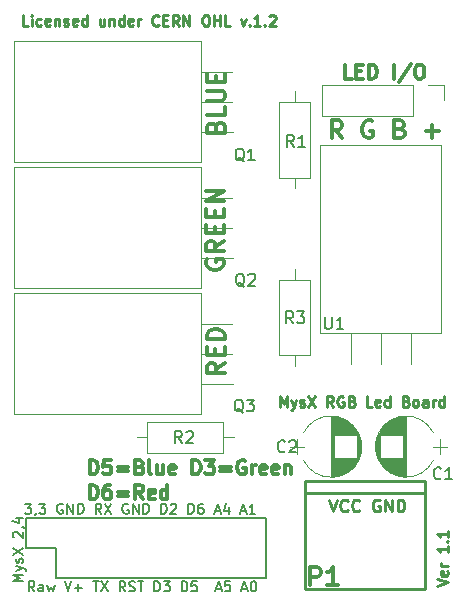
<source format=gbr>
G04 #@! TF.FileFunction,Legend,Top*
%FSLAX46Y46*%
G04 Gerber Fmt 4.6, Leading zero omitted, Abs format (unit mm)*
G04 Created by KiCad (PCBNEW 4.0.4-stable) date 04/11/18 19:14:46*
%MOMM*%
%LPD*%
G01*
G04 APERTURE LIST*
%ADD10C,0.100000*%
%ADD11C,0.225000*%
%ADD12C,0.250000*%
%ADD13C,0.300000*%
%ADD14C,0.200000*%
%ADD15C,0.175000*%
%ADD16C,0.120000*%
%ADD17C,0.150000*%
%ADD18C,0.254000*%
%ADD19C,0.304800*%
G04 APERTURE END LIST*
D10*
D11*
X160797143Y-110836572D02*
X161697143Y-110536572D01*
X160797143Y-110236572D01*
X161654286Y-109593714D02*
X161697143Y-109679428D01*
X161697143Y-109850857D01*
X161654286Y-109936571D01*
X161568571Y-109979428D01*
X161225714Y-109979428D01*
X161140000Y-109936571D01*
X161097143Y-109850857D01*
X161097143Y-109679428D01*
X161140000Y-109593714D01*
X161225714Y-109550857D01*
X161311429Y-109550857D01*
X161397143Y-109979428D01*
X161697143Y-109165142D02*
X161097143Y-109165142D01*
X161268571Y-109165142D02*
X161182857Y-109122285D01*
X161140000Y-109079428D01*
X161097143Y-108993714D01*
X161097143Y-108907999D01*
X161697143Y-107450857D02*
X161697143Y-107965142D01*
X161697143Y-107708000D02*
X160797143Y-107708000D01*
X160925714Y-107793714D01*
X161011429Y-107879428D01*
X161054286Y-107965142D01*
X161611429Y-107065142D02*
X161654286Y-107022285D01*
X161697143Y-107065142D01*
X161654286Y-107107999D01*
X161611429Y-107065142D01*
X161697143Y-107065142D01*
X161697143Y-106165143D02*
X161697143Y-106679428D01*
X161697143Y-106422286D02*
X160797143Y-106422286D01*
X160925714Y-106508000D01*
X161011429Y-106593714D01*
X161054286Y-106679428D01*
X147510572Y-95657143D02*
X147510572Y-94757143D01*
X147810572Y-95400000D01*
X148110572Y-94757143D01*
X148110572Y-95657143D01*
X148453428Y-95057143D02*
X148667714Y-95657143D01*
X148882000Y-95057143D02*
X148667714Y-95657143D01*
X148582000Y-95871429D01*
X148539143Y-95914286D01*
X148453428Y-95957143D01*
X149182000Y-95614286D02*
X149267714Y-95657143D01*
X149439142Y-95657143D01*
X149524857Y-95614286D01*
X149567714Y-95528571D01*
X149567714Y-95485714D01*
X149524857Y-95400000D01*
X149439142Y-95357143D01*
X149310571Y-95357143D01*
X149224857Y-95314286D01*
X149182000Y-95228571D01*
X149182000Y-95185714D01*
X149224857Y-95100000D01*
X149310571Y-95057143D01*
X149439142Y-95057143D01*
X149524857Y-95100000D01*
X149867713Y-94757143D02*
X150467713Y-95657143D01*
X150467713Y-94757143D02*
X149867713Y-95657143D01*
X152010570Y-95657143D02*
X151710570Y-95228571D01*
X151496285Y-95657143D02*
X151496285Y-94757143D01*
X151839142Y-94757143D01*
X151924856Y-94800000D01*
X151967713Y-94842857D01*
X152010570Y-94928571D01*
X152010570Y-95057143D01*
X151967713Y-95142857D01*
X151924856Y-95185714D01*
X151839142Y-95228571D01*
X151496285Y-95228571D01*
X152867713Y-94800000D02*
X152781999Y-94757143D01*
X152653428Y-94757143D01*
X152524856Y-94800000D01*
X152439142Y-94885714D01*
X152396285Y-94971429D01*
X152353428Y-95142857D01*
X152353428Y-95271429D01*
X152396285Y-95442857D01*
X152439142Y-95528571D01*
X152524856Y-95614286D01*
X152653428Y-95657143D01*
X152739142Y-95657143D01*
X152867713Y-95614286D01*
X152910570Y-95571429D01*
X152910570Y-95271429D01*
X152739142Y-95271429D01*
X153596285Y-95185714D02*
X153724856Y-95228571D01*
X153767713Y-95271429D01*
X153810570Y-95357143D01*
X153810570Y-95485714D01*
X153767713Y-95571429D01*
X153724856Y-95614286D01*
X153639142Y-95657143D01*
X153296285Y-95657143D01*
X153296285Y-94757143D01*
X153596285Y-94757143D01*
X153681999Y-94800000D01*
X153724856Y-94842857D01*
X153767713Y-94928571D01*
X153767713Y-95014286D01*
X153724856Y-95100000D01*
X153681999Y-95142857D01*
X153596285Y-95185714D01*
X153296285Y-95185714D01*
X155310570Y-95657143D02*
X154881999Y-95657143D01*
X154881999Y-94757143D01*
X155953427Y-95614286D02*
X155867713Y-95657143D01*
X155696284Y-95657143D01*
X155610570Y-95614286D01*
X155567713Y-95528571D01*
X155567713Y-95185714D01*
X155610570Y-95100000D01*
X155696284Y-95057143D01*
X155867713Y-95057143D01*
X155953427Y-95100000D01*
X155996284Y-95185714D01*
X155996284Y-95271429D01*
X155567713Y-95357143D01*
X156767713Y-95657143D02*
X156767713Y-94757143D01*
X156767713Y-95614286D02*
X156681999Y-95657143D01*
X156510570Y-95657143D01*
X156424856Y-95614286D01*
X156381999Y-95571429D01*
X156339142Y-95485714D01*
X156339142Y-95228571D01*
X156381999Y-95142857D01*
X156424856Y-95100000D01*
X156510570Y-95057143D01*
X156681999Y-95057143D01*
X156767713Y-95100000D01*
X158181999Y-95185714D02*
X158310570Y-95228571D01*
X158353427Y-95271429D01*
X158396284Y-95357143D01*
X158396284Y-95485714D01*
X158353427Y-95571429D01*
X158310570Y-95614286D01*
X158224856Y-95657143D01*
X157881999Y-95657143D01*
X157881999Y-94757143D01*
X158181999Y-94757143D01*
X158267713Y-94800000D01*
X158310570Y-94842857D01*
X158353427Y-94928571D01*
X158353427Y-95014286D01*
X158310570Y-95100000D01*
X158267713Y-95142857D01*
X158181999Y-95185714D01*
X157881999Y-95185714D01*
X158910570Y-95657143D02*
X158824856Y-95614286D01*
X158781999Y-95571429D01*
X158739142Y-95485714D01*
X158739142Y-95228571D01*
X158781999Y-95142857D01*
X158824856Y-95100000D01*
X158910570Y-95057143D01*
X159039142Y-95057143D01*
X159124856Y-95100000D01*
X159167713Y-95142857D01*
X159210570Y-95228571D01*
X159210570Y-95485714D01*
X159167713Y-95571429D01*
X159124856Y-95614286D01*
X159039142Y-95657143D01*
X158910570Y-95657143D01*
X159981999Y-95657143D02*
X159981999Y-95185714D01*
X159939142Y-95100000D01*
X159853428Y-95057143D01*
X159681999Y-95057143D01*
X159596285Y-95100000D01*
X159981999Y-95614286D02*
X159896285Y-95657143D01*
X159681999Y-95657143D01*
X159596285Y-95614286D01*
X159553428Y-95528571D01*
X159553428Y-95442857D01*
X159596285Y-95357143D01*
X159681999Y-95314286D01*
X159896285Y-95314286D01*
X159981999Y-95271429D01*
X160410571Y-95657143D02*
X160410571Y-95057143D01*
X160410571Y-95228571D02*
X160453428Y-95142857D01*
X160496285Y-95100000D01*
X160581999Y-95057143D01*
X160667714Y-95057143D01*
X161353428Y-95657143D02*
X161353428Y-94757143D01*
X161353428Y-95614286D02*
X161267714Y-95657143D01*
X161096285Y-95657143D01*
X161010571Y-95614286D01*
X160967714Y-95571429D01*
X160924857Y-95485714D01*
X160924857Y-95228571D01*
X160967714Y-95142857D01*
X161010571Y-95100000D01*
X161096285Y-95057143D01*
X161267714Y-95057143D01*
X161353428Y-95100000D01*
X126155143Y-63399143D02*
X125726572Y-63399143D01*
X125726572Y-62499143D01*
X126455143Y-63399143D02*
X126455143Y-62799143D01*
X126455143Y-62499143D02*
X126412286Y-62542000D01*
X126455143Y-62584857D01*
X126498000Y-62542000D01*
X126455143Y-62499143D01*
X126455143Y-62584857D01*
X127269428Y-63356286D02*
X127183714Y-63399143D01*
X127012285Y-63399143D01*
X126926571Y-63356286D01*
X126883714Y-63313429D01*
X126840857Y-63227714D01*
X126840857Y-62970571D01*
X126883714Y-62884857D01*
X126926571Y-62842000D01*
X127012285Y-62799143D01*
X127183714Y-62799143D01*
X127269428Y-62842000D01*
X127998000Y-63356286D02*
X127912286Y-63399143D01*
X127740857Y-63399143D01*
X127655143Y-63356286D01*
X127612286Y-63270571D01*
X127612286Y-62927714D01*
X127655143Y-62842000D01*
X127740857Y-62799143D01*
X127912286Y-62799143D01*
X127998000Y-62842000D01*
X128040857Y-62927714D01*
X128040857Y-63013429D01*
X127612286Y-63099143D01*
X128426572Y-62799143D02*
X128426572Y-63399143D01*
X128426572Y-62884857D02*
X128469429Y-62842000D01*
X128555143Y-62799143D01*
X128683715Y-62799143D01*
X128769429Y-62842000D01*
X128812286Y-62927714D01*
X128812286Y-63399143D01*
X129198001Y-63356286D02*
X129283715Y-63399143D01*
X129455143Y-63399143D01*
X129540858Y-63356286D01*
X129583715Y-63270571D01*
X129583715Y-63227714D01*
X129540858Y-63142000D01*
X129455143Y-63099143D01*
X129326572Y-63099143D01*
X129240858Y-63056286D01*
X129198001Y-62970571D01*
X129198001Y-62927714D01*
X129240858Y-62842000D01*
X129326572Y-62799143D01*
X129455143Y-62799143D01*
X129540858Y-62842000D01*
X130312286Y-63356286D02*
X130226572Y-63399143D01*
X130055143Y-63399143D01*
X129969429Y-63356286D01*
X129926572Y-63270571D01*
X129926572Y-62927714D01*
X129969429Y-62842000D01*
X130055143Y-62799143D01*
X130226572Y-62799143D01*
X130312286Y-62842000D01*
X130355143Y-62927714D01*
X130355143Y-63013429D01*
X129926572Y-63099143D01*
X131126572Y-63399143D02*
X131126572Y-62499143D01*
X131126572Y-63356286D02*
X131040858Y-63399143D01*
X130869429Y-63399143D01*
X130783715Y-63356286D01*
X130740858Y-63313429D01*
X130698001Y-63227714D01*
X130698001Y-62970571D01*
X130740858Y-62884857D01*
X130783715Y-62842000D01*
X130869429Y-62799143D01*
X131040858Y-62799143D01*
X131126572Y-62842000D01*
X132626572Y-62799143D02*
X132626572Y-63399143D01*
X132240858Y-62799143D02*
X132240858Y-63270571D01*
X132283715Y-63356286D01*
X132369429Y-63399143D01*
X132498001Y-63399143D01*
X132583715Y-63356286D01*
X132626572Y-63313429D01*
X133055144Y-62799143D02*
X133055144Y-63399143D01*
X133055144Y-62884857D02*
X133098001Y-62842000D01*
X133183715Y-62799143D01*
X133312287Y-62799143D01*
X133398001Y-62842000D01*
X133440858Y-62927714D01*
X133440858Y-63399143D01*
X134255144Y-63399143D02*
X134255144Y-62499143D01*
X134255144Y-63356286D02*
X134169430Y-63399143D01*
X133998001Y-63399143D01*
X133912287Y-63356286D01*
X133869430Y-63313429D01*
X133826573Y-63227714D01*
X133826573Y-62970571D01*
X133869430Y-62884857D01*
X133912287Y-62842000D01*
X133998001Y-62799143D01*
X134169430Y-62799143D01*
X134255144Y-62842000D01*
X135026573Y-63356286D02*
X134940859Y-63399143D01*
X134769430Y-63399143D01*
X134683716Y-63356286D01*
X134640859Y-63270571D01*
X134640859Y-62927714D01*
X134683716Y-62842000D01*
X134769430Y-62799143D01*
X134940859Y-62799143D01*
X135026573Y-62842000D01*
X135069430Y-62927714D01*
X135069430Y-63013429D01*
X134640859Y-63099143D01*
X135455145Y-63399143D02*
X135455145Y-62799143D01*
X135455145Y-62970571D02*
X135498002Y-62884857D01*
X135540859Y-62842000D01*
X135626573Y-62799143D01*
X135712288Y-62799143D01*
X137212287Y-63313429D02*
X137169430Y-63356286D01*
X137040859Y-63399143D01*
X136955145Y-63399143D01*
X136826573Y-63356286D01*
X136740859Y-63270571D01*
X136698002Y-63184857D01*
X136655145Y-63013429D01*
X136655145Y-62884857D01*
X136698002Y-62713429D01*
X136740859Y-62627714D01*
X136826573Y-62542000D01*
X136955145Y-62499143D01*
X137040859Y-62499143D01*
X137169430Y-62542000D01*
X137212287Y-62584857D01*
X137598002Y-62927714D02*
X137898002Y-62927714D01*
X138026573Y-63399143D02*
X137598002Y-63399143D01*
X137598002Y-62499143D01*
X138026573Y-62499143D01*
X138926573Y-63399143D02*
X138626573Y-62970571D01*
X138412288Y-63399143D02*
X138412288Y-62499143D01*
X138755145Y-62499143D01*
X138840859Y-62542000D01*
X138883716Y-62584857D01*
X138926573Y-62670571D01*
X138926573Y-62799143D01*
X138883716Y-62884857D01*
X138840859Y-62927714D01*
X138755145Y-62970571D01*
X138412288Y-62970571D01*
X139312288Y-63399143D02*
X139312288Y-62499143D01*
X139826573Y-63399143D01*
X139826573Y-62499143D01*
X141112287Y-62499143D02*
X141283716Y-62499143D01*
X141369430Y-62542000D01*
X141455144Y-62627714D01*
X141498002Y-62799143D01*
X141498002Y-63099143D01*
X141455144Y-63270571D01*
X141369430Y-63356286D01*
X141283716Y-63399143D01*
X141112287Y-63399143D01*
X141026573Y-63356286D01*
X140940859Y-63270571D01*
X140898002Y-63099143D01*
X140898002Y-62799143D01*
X140940859Y-62627714D01*
X141026573Y-62542000D01*
X141112287Y-62499143D01*
X141883716Y-63399143D02*
X141883716Y-62499143D01*
X141883716Y-62927714D02*
X142398001Y-62927714D01*
X142398001Y-63399143D02*
X142398001Y-62499143D01*
X143255144Y-63399143D02*
X142826573Y-63399143D01*
X142826573Y-62499143D01*
X144155143Y-62799143D02*
X144369429Y-63399143D01*
X144583715Y-62799143D01*
X144926572Y-63313429D02*
X144969429Y-63356286D01*
X144926572Y-63399143D01*
X144883715Y-63356286D01*
X144926572Y-63313429D01*
X144926572Y-63399143D01*
X145826571Y-63399143D02*
X145312286Y-63399143D01*
X145569428Y-63399143D02*
X145569428Y-62499143D01*
X145483714Y-62627714D01*
X145398000Y-62713429D01*
X145312286Y-62756286D01*
X146212286Y-63313429D02*
X146255143Y-63356286D01*
X146212286Y-63399143D01*
X146169429Y-63356286D01*
X146212286Y-63313429D01*
X146212286Y-63399143D01*
X146598000Y-62584857D02*
X146640857Y-62542000D01*
X146726571Y-62499143D01*
X146940857Y-62499143D01*
X147026571Y-62542000D01*
X147069428Y-62584857D01*
X147112285Y-62670571D01*
X147112285Y-62756286D01*
X147069428Y-62884857D01*
X146555142Y-63399143D01*
X147112285Y-63399143D01*
D12*
X151641905Y-103512381D02*
X151975238Y-104512381D01*
X152308572Y-103512381D01*
X153213334Y-104417143D02*
X153165715Y-104464762D01*
X153022858Y-104512381D01*
X152927620Y-104512381D01*
X152784762Y-104464762D01*
X152689524Y-104369524D01*
X152641905Y-104274286D01*
X152594286Y-104083810D01*
X152594286Y-103940952D01*
X152641905Y-103750476D01*
X152689524Y-103655238D01*
X152784762Y-103560000D01*
X152927620Y-103512381D01*
X153022858Y-103512381D01*
X153165715Y-103560000D01*
X153213334Y-103607619D01*
X154213334Y-104417143D02*
X154165715Y-104464762D01*
X154022858Y-104512381D01*
X153927620Y-104512381D01*
X153784762Y-104464762D01*
X153689524Y-104369524D01*
X153641905Y-104274286D01*
X153594286Y-104083810D01*
X153594286Y-103940952D01*
X153641905Y-103750476D01*
X153689524Y-103655238D01*
X153784762Y-103560000D01*
X153927620Y-103512381D01*
X154022858Y-103512381D01*
X154165715Y-103560000D01*
X154213334Y-103607619D01*
X155927620Y-103560000D02*
X155832382Y-103512381D01*
X155689525Y-103512381D01*
X155546667Y-103560000D01*
X155451429Y-103655238D01*
X155403810Y-103750476D01*
X155356191Y-103940952D01*
X155356191Y-104083810D01*
X155403810Y-104274286D01*
X155451429Y-104369524D01*
X155546667Y-104464762D01*
X155689525Y-104512381D01*
X155784763Y-104512381D01*
X155927620Y-104464762D01*
X155975239Y-104417143D01*
X155975239Y-104083810D01*
X155784763Y-104083810D01*
X156403810Y-104512381D02*
X156403810Y-103512381D01*
X156975239Y-104512381D01*
X156975239Y-103512381D01*
X157451429Y-104512381D02*
X157451429Y-103512381D01*
X157689524Y-103512381D01*
X157832382Y-103560000D01*
X157927620Y-103655238D01*
X157975239Y-103750476D01*
X158022858Y-103940952D01*
X158022858Y-104083810D01*
X157975239Y-104274286D01*
X157927620Y-104369524D01*
X157832382Y-104464762D01*
X157689524Y-104512381D01*
X157451429Y-104512381D01*
D13*
X153548571Y-67892857D02*
X152977142Y-67892857D01*
X152977142Y-66692857D01*
X153948571Y-67264286D02*
X154348571Y-67264286D01*
X154520000Y-67892857D02*
X153948571Y-67892857D01*
X153948571Y-66692857D01*
X154520000Y-66692857D01*
X155034285Y-67892857D02*
X155034285Y-66692857D01*
X155320000Y-66692857D01*
X155491428Y-66750000D01*
X155605714Y-66864286D01*
X155662857Y-66978571D01*
X155720000Y-67207143D01*
X155720000Y-67378571D01*
X155662857Y-67607143D01*
X155605714Y-67721429D01*
X155491428Y-67835714D01*
X155320000Y-67892857D01*
X155034285Y-67892857D01*
X157148571Y-67892857D02*
X157148571Y-66692857D01*
X158577143Y-66635714D02*
X157548572Y-68178571D01*
X159205715Y-66692857D02*
X159434286Y-66692857D01*
X159548572Y-66750000D01*
X159662858Y-66864286D01*
X159720000Y-67092857D01*
X159720000Y-67492857D01*
X159662858Y-67721429D01*
X159548572Y-67835714D01*
X159434286Y-67892857D01*
X159205715Y-67892857D01*
X159091429Y-67835714D01*
X158977143Y-67721429D01*
X158920000Y-67492857D01*
X158920000Y-67092857D01*
X158977143Y-66864286D01*
X159091429Y-66750000D01*
X159205715Y-66692857D01*
X131395714Y-101382857D02*
X131395714Y-100182857D01*
X131681429Y-100182857D01*
X131852857Y-100240000D01*
X131967143Y-100354286D01*
X132024286Y-100468571D01*
X132081429Y-100697143D01*
X132081429Y-100868571D01*
X132024286Y-101097143D01*
X131967143Y-101211429D01*
X131852857Y-101325714D01*
X131681429Y-101382857D01*
X131395714Y-101382857D01*
X133167143Y-100182857D02*
X132595714Y-100182857D01*
X132538571Y-100754286D01*
X132595714Y-100697143D01*
X132710000Y-100640000D01*
X132995714Y-100640000D01*
X133110000Y-100697143D01*
X133167143Y-100754286D01*
X133224286Y-100868571D01*
X133224286Y-101154286D01*
X133167143Y-101268571D01*
X133110000Y-101325714D01*
X132995714Y-101382857D01*
X132710000Y-101382857D01*
X132595714Y-101325714D01*
X132538571Y-101268571D01*
X133738571Y-100754286D02*
X134652857Y-100754286D01*
X134652857Y-101097143D02*
X133738571Y-101097143D01*
X135624285Y-100754286D02*
X135795714Y-100811429D01*
X135852857Y-100868571D01*
X135910000Y-100982857D01*
X135910000Y-101154286D01*
X135852857Y-101268571D01*
X135795714Y-101325714D01*
X135681428Y-101382857D01*
X135224285Y-101382857D01*
X135224285Y-100182857D01*
X135624285Y-100182857D01*
X135738571Y-100240000D01*
X135795714Y-100297143D01*
X135852857Y-100411429D01*
X135852857Y-100525714D01*
X135795714Y-100640000D01*
X135738571Y-100697143D01*
X135624285Y-100754286D01*
X135224285Y-100754286D01*
X136595714Y-101382857D02*
X136481428Y-101325714D01*
X136424285Y-101211429D01*
X136424285Y-100182857D01*
X137567142Y-100582857D02*
X137567142Y-101382857D01*
X137052856Y-100582857D02*
X137052856Y-101211429D01*
X137109999Y-101325714D01*
X137224285Y-101382857D01*
X137395713Y-101382857D01*
X137509999Y-101325714D01*
X137567142Y-101268571D01*
X138595713Y-101325714D02*
X138481427Y-101382857D01*
X138252856Y-101382857D01*
X138138570Y-101325714D01*
X138081427Y-101211429D01*
X138081427Y-100754286D01*
X138138570Y-100640000D01*
X138252856Y-100582857D01*
X138481427Y-100582857D01*
X138595713Y-100640000D01*
X138652856Y-100754286D01*
X138652856Y-100868571D01*
X138081427Y-100982857D01*
X140081427Y-101382857D02*
X140081427Y-100182857D01*
X140367142Y-100182857D01*
X140538570Y-100240000D01*
X140652856Y-100354286D01*
X140709999Y-100468571D01*
X140767142Y-100697143D01*
X140767142Y-100868571D01*
X140709999Y-101097143D01*
X140652856Y-101211429D01*
X140538570Y-101325714D01*
X140367142Y-101382857D01*
X140081427Y-101382857D01*
X141167142Y-100182857D02*
X141909999Y-100182857D01*
X141509999Y-100640000D01*
X141681427Y-100640000D01*
X141795713Y-100697143D01*
X141852856Y-100754286D01*
X141909999Y-100868571D01*
X141909999Y-101154286D01*
X141852856Y-101268571D01*
X141795713Y-101325714D01*
X141681427Y-101382857D01*
X141338570Y-101382857D01*
X141224284Y-101325714D01*
X141167142Y-101268571D01*
X142424284Y-100754286D02*
X143338570Y-100754286D01*
X143338570Y-101097143D02*
X142424284Y-101097143D01*
X144538570Y-100240000D02*
X144424284Y-100182857D01*
X144252855Y-100182857D01*
X144081427Y-100240000D01*
X143967141Y-100354286D01*
X143909998Y-100468571D01*
X143852855Y-100697143D01*
X143852855Y-100868571D01*
X143909998Y-101097143D01*
X143967141Y-101211429D01*
X144081427Y-101325714D01*
X144252855Y-101382857D01*
X144367141Y-101382857D01*
X144538570Y-101325714D01*
X144595713Y-101268571D01*
X144595713Y-100868571D01*
X144367141Y-100868571D01*
X145109998Y-101382857D02*
X145109998Y-100582857D01*
X145109998Y-100811429D02*
X145167141Y-100697143D01*
X145224284Y-100640000D01*
X145338570Y-100582857D01*
X145452855Y-100582857D01*
X146309998Y-101325714D02*
X146195712Y-101382857D01*
X145967141Y-101382857D01*
X145852855Y-101325714D01*
X145795712Y-101211429D01*
X145795712Y-100754286D01*
X145852855Y-100640000D01*
X145967141Y-100582857D01*
X146195712Y-100582857D01*
X146309998Y-100640000D01*
X146367141Y-100754286D01*
X146367141Y-100868571D01*
X145795712Y-100982857D01*
X147338569Y-101325714D02*
X147224283Y-101382857D01*
X146995712Y-101382857D01*
X146881426Y-101325714D01*
X146824283Y-101211429D01*
X146824283Y-100754286D01*
X146881426Y-100640000D01*
X146995712Y-100582857D01*
X147224283Y-100582857D01*
X147338569Y-100640000D01*
X147395712Y-100754286D01*
X147395712Y-100868571D01*
X146824283Y-100982857D01*
X147909997Y-100582857D02*
X147909997Y-101382857D01*
X147909997Y-100697143D02*
X147967140Y-100640000D01*
X148081426Y-100582857D01*
X148252854Y-100582857D01*
X148367140Y-100640000D01*
X148424283Y-100754286D01*
X148424283Y-101382857D01*
X131395714Y-103482857D02*
X131395714Y-102282857D01*
X131681429Y-102282857D01*
X131852857Y-102340000D01*
X131967143Y-102454286D01*
X132024286Y-102568571D01*
X132081429Y-102797143D01*
X132081429Y-102968571D01*
X132024286Y-103197143D01*
X131967143Y-103311429D01*
X131852857Y-103425714D01*
X131681429Y-103482857D01*
X131395714Y-103482857D01*
X133110000Y-102282857D02*
X132881429Y-102282857D01*
X132767143Y-102340000D01*
X132710000Y-102397143D01*
X132595714Y-102568571D01*
X132538571Y-102797143D01*
X132538571Y-103254286D01*
X132595714Y-103368571D01*
X132652857Y-103425714D01*
X132767143Y-103482857D01*
X132995714Y-103482857D01*
X133110000Y-103425714D01*
X133167143Y-103368571D01*
X133224286Y-103254286D01*
X133224286Y-102968571D01*
X133167143Y-102854286D01*
X133110000Y-102797143D01*
X132995714Y-102740000D01*
X132767143Y-102740000D01*
X132652857Y-102797143D01*
X132595714Y-102854286D01*
X132538571Y-102968571D01*
X133738571Y-102854286D02*
X134652857Y-102854286D01*
X134652857Y-103197143D02*
X133738571Y-103197143D01*
X135910000Y-103482857D02*
X135510000Y-102911429D01*
X135224285Y-103482857D02*
X135224285Y-102282857D01*
X135681428Y-102282857D01*
X135795714Y-102340000D01*
X135852857Y-102397143D01*
X135910000Y-102511429D01*
X135910000Y-102682857D01*
X135852857Y-102797143D01*
X135795714Y-102854286D01*
X135681428Y-102911429D01*
X135224285Y-102911429D01*
X136881428Y-103425714D02*
X136767142Y-103482857D01*
X136538571Y-103482857D01*
X136424285Y-103425714D01*
X136367142Y-103311429D01*
X136367142Y-102854286D01*
X136424285Y-102740000D01*
X136538571Y-102682857D01*
X136767142Y-102682857D01*
X136881428Y-102740000D01*
X136938571Y-102854286D01*
X136938571Y-102968571D01*
X136367142Y-103082857D01*
X137967142Y-103482857D02*
X137967142Y-102282857D01*
X137967142Y-103425714D02*
X137852856Y-103482857D01*
X137624285Y-103482857D01*
X137509999Y-103425714D01*
X137452856Y-103368571D01*
X137395713Y-103254286D01*
X137395713Y-102911429D01*
X137452856Y-102797143D01*
X137509999Y-102740000D01*
X137624285Y-102682857D01*
X137852856Y-102682857D01*
X137967142Y-102740000D01*
X152751429Y-72918571D02*
X152251429Y-72204286D01*
X151894286Y-72918571D02*
X151894286Y-71418571D01*
X152465714Y-71418571D01*
X152608572Y-71490000D01*
X152680000Y-71561429D01*
X152751429Y-71704286D01*
X152751429Y-71918571D01*
X152680000Y-72061429D01*
X152608572Y-72132857D01*
X152465714Y-72204286D01*
X151894286Y-72204286D01*
X155322857Y-71490000D02*
X155180000Y-71418571D01*
X154965714Y-71418571D01*
X154751429Y-71490000D01*
X154608571Y-71632857D01*
X154537143Y-71775714D01*
X154465714Y-72061429D01*
X154465714Y-72275714D01*
X154537143Y-72561429D01*
X154608571Y-72704286D01*
X154751429Y-72847143D01*
X154965714Y-72918571D01*
X155108571Y-72918571D01*
X155322857Y-72847143D01*
X155394286Y-72775714D01*
X155394286Y-72275714D01*
X155108571Y-72275714D01*
X157680000Y-72132857D02*
X157894286Y-72204286D01*
X157965714Y-72275714D01*
X158037143Y-72418571D01*
X158037143Y-72632857D01*
X157965714Y-72775714D01*
X157894286Y-72847143D01*
X157751428Y-72918571D01*
X157180000Y-72918571D01*
X157180000Y-71418571D01*
X157680000Y-71418571D01*
X157822857Y-71490000D01*
X157894286Y-71561429D01*
X157965714Y-71704286D01*
X157965714Y-71847143D01*
X157894286Y-71990000D01*
X157822857Y-72061429D01*
X157680000Y-72132857D01*
X157180000Y-72132857D01*
X159822857Y-72347143D02*
X160965714Y-72347143D01*
X160394285Y-72918571D02*
X160394285Y-71775714D01*
X142062857Y-71964286D02*
X142134286Y-71750000D01*
X142205714Y-71678572D01*
X142348571Y-71607143D01*
X142562857Y-71607143D01*
X142705714Y-71678572D01*
X142777143Y-71750000D01*
X142848571Y-71892858D01*
X142848571Y-72464286D01*
X141348571Y-72464286D01*
X141348571Y-71964286D01*
X141420000Y-71821429D01*
X141491429Y-71750000D01*
X141634286Y-71678572D01*
X141777143Y-71678572D01*
X141920000Y-71750000D01*
X141991429Y-71821429D01*
X142062857Y-71964286D01*
X142062857Y-72464286D01*
X142848571Y-70250000D02*
X142848571Y-70964286D01*
X141348571Y-70964286D01*
X141348571Y-69750000D02*
X142562857Y-69750000D01*
X142705714Y-69678572D01*
X142777143Y-69607143D01*
X142848571Y-69464286D01*
X142848571Y-69178572D01*
X142777143Y-69035714D01*
X142705714Y-68964286D01*
X142562857Y-68892857D01*
X141348571Y-68892857D01*
X142062857Y-68178571D02*
X142062857Y-67678571D01*
X142848571Y-67464285D02*
X142848571Y-68178571D01*
X141348571Y-68178571D01*
X141348571Y-67464285D01*
X141310000Y-83180000D02*
X141238571Y-83322857D01*
X141238571Y-83537143D01*
X141310000Y-83751428D01*
X141452857Y-83894286D01*
X141595714Y-83965714D01*
X141881429Y-84037143D01*
X142095714Y-84037143D01*
X142381429Y-83965714D01*
X142524286Y-83894286D01*
X142667143Y-83751428D01*
X142738571Y-83537143D01*
X142738571Y-83394286D01*
X142667143Y-83180000D01*
X142595714Y-83108571D01*
X142095714Y-83108571D01*
X142095714Y-83394286D01*
X142738571Y-81608571D02*
X142024286Y-82108571D01*
X142738571Y-82465714D02*
X141238571Y-82465714D01*
X141238571Y-81894286D01*
X141310000Y-81751428D01*
X141381429Y-81680000D01*
X141524286Y-81608571D01*
X141738571Y-81608571D01*
X141881429Y-81680000D01*
X141952857Y-81751428D01*
X142024286Y-81894286D01*
X142024286Y-82465714D01*
X141952857Y-80965714D02*
X141952857Y-80465714D01*
X142738571Y-80251428D02*
X142738571Y-80965714D01*
X141238571Y-80965714D01*
X141238571Y-80251428D01*
X141952857Y-79608571D02*
X141952857Y-79108571D01*
X142738571Y-78894285D02*
X142738571Y-79608571D01*
X141238571Y-79608571D01*
X141238571Y-78894285D01*
X142738571Y-78251428D02*
X141238571Y-78251428D01*
X142738571Y-77394285D01*
X141238571Y-77394285D01*
X142808571Y-91944285D02*
X142094286Y-92444285D01*
X142808571Y-92801428D02*
X141308571Y-92801428D01*
X141308571Y-92230000D01*
X141380000Y-92087142D01*
X141451429Y-92015714D01*
X141594286Y-91944285D01*
X141808571Y-91944285D01*
X141951429Y-92015714D01*
X142022857Y-92087142D01*
X142094286Y-92230000D01*
X142094286Y-92801428D01*
X142022857Y-91301428D02*
X142022857Y-90801428D01*
X142808571Y-90587142D02*
X142808571Y-91301428D01*
X141308571Y-91301428D01*
X141308571Y-90587142D01*
X142808571Y-89944285D02*
X141308571Y-89944285D01*
X141308571Y-89587142D01*
X141380000Y-89372857D01*
X141522857Y-89229999D01*
X141665714Y-89158571D01*
X141951429Y-89087142D01*
X142165714Y-89087142D01*
X142451429Y-89158571D01*
X142594286Y-89229999D01*
X142737143Y-89372857D01*
X142808571Y-89587142D01*
X142808571Y-89944285D01*
D14*
X125713204Y-110438467D02*
X124863204Y-110438467D01*
X125470347Y-110155134D01*
X124863204Y-109871800D01*
X125713204Y-109871800D01*
X125146537Y-109547990D02*
X125713204Y-109345609D01*
X125146537Y-109143229D02*
X125713204Y-109345609D01*
X125915585Y-109426562D01*
X125956061Y-109467038D01*
X125996537Y-109547990D01*
X125672728Y-108859895D02*
X125713204Y-108778943D01*
X125713204Y-108617038D01*
X125672728Y-108536086D01*
X125591775Y-108495610D01*
X125551299Y-108495610D01*
X125470347Y-108536086D01*
X125429870Y-108617038D01*
X125429870Y-108738467D01*
X125389394Y-108819419D01*
X125308442Y-108859895D01*
X125267966Y-108859895D01*
X125187013Y-108819419D01*
X125146537Y-108738467D01*
X125146537Y-108617038D01*
X125187013Y-108536086D01*
X124863204Y-108212276D02*
X125713204Y-107645610D01*
X124863204Y-107645610D02*
X125713204Y-108212276D01*
X124944156Y-106714657D02*
X124903680Y-106674181D01*
X124863204Y-106593229D01*
X124863204Y-106390848D01*
X124903680Y-106309895D01*
X124944156Y-106269419D01*
X125025109Y-106228943D01*
X125106061Y-106228943D01*
X125227490Y-106269419D01*
X125713204Y-106755133D01*
X125713204Y-106228943D01*
X125672728Y-105824181D02*
X125713204Y-105824181D01*
X125794156Y-105864657D01*
X125834632Y-105905133D01*
X125146537Y-105095609D02*
X125713204Y-105095609D01*
X124822728Y-105297990D02*
X125429870Y-105500371D01*
X125429870Y-104974181D01*
X125896561Y-103877724D02*
X126422751Y-103877724D01*
X126139418Y-104201533D01*
X126260846Y-104201533D01*
X126341799Y-104242010D01*
X126382275Y-104282486D01*
X126422751Y-104363438D01*
X126422751Y-104565819D01*
X126382275Y-104646771D01*
X126341799Y-104687248D01*
X126260846Y-104727724D01*
X126017989Y-104727724D01*
X125937037Y-104687248D01*
X125896561Y-104646771D01*
X126827513Y-104687248D02*
X126827513Y-104727724D01*
X126787037Y-104808676D01*
X126746561Y-104849152D01*
X127110847Y-103877724D02*
X127637037Y-103877724D01*
X127353704Y-104201533D01*
X127475132Y-104201533D01*
X127556085Y-104242010D01*
X127596561Y-104282486D01*
X127637037Y-104363438D01*
X127637037Y-104565819D01*
X127596561Y-104646771D01*
X127556085Y-104687248D01*
X127475132Y-104727724D01*
X127232275Y-104727724D01*
X127151323Y-104687248D01*
X127110847Y-104646771D01*
X129094180Y-103918200D02*
X129013228Y-103877724D01*
X128891799Y-103877724D01*
X128770371Y-103918200D01*
X128689418Y-103999152D01*
X128648942Y-104080105D01*
X128608466Y-104242010D01*
X128608466Y-104363438D01*
X128648942Y-104525343D01*
X128689418Y-104606295D01*
X128770371Y-104687248D01*
X128891799Y-104727724D01*
X128972751Y-104727724D01*
X129094180Y-104687248D01*
X129134656Y-104646771D01*
X129134656Y-104363438D01*
X128972751Y-104363438D01*
X129498942Y-104727724D02*
X129498942Y-103877724D01*
X129984656Y-104727724D01*
X129984656Y-103877724D01*
X130389418Y-104727724D02*
X130389418Y-103877724D01*
X130591799Y-103877724D01*
X130713227Y-103918200D01*
X130794180Y-103999152D01*
X130834656Y-104080105D01*
X130875132Y-104242010D01*
X130875132Y-104363438D01*
X130834656Y-104525343D01*
X130794180Y-104606295D01*
X130713227Y-104687248D01*
X130591799Y-104727724D01*
X130389418Y-104727724D01*
X132372751Y-104727724D02*
X132089418Y-104322962D01*
X131887037Y-104727724D02*
X131887037Y-103877724D01*
X132210846Y-103877724D01*
X132291799Y-103918200D01*
X132332275Y-103958676D01*
X132372751Y-104039629D01*
X132372751Y-104161057D01*
X132332275Y-104242010D01*
X132291799Y-104282486D01*
X132210846Y-104322962D01*
X131887037Y-104322962D01*
X132656085Y-103877724D02*
X133222751Y-104727724D01*
X133222751Y-103877724D02*
X132656085Y-104727724D01*
X134639418Y-103918200D02*
X134558466Y-103877724D01*
X134437037Y-103877724D01*
X134315609Y-103918200D01*
X134234656Y-103999152D01*
X134194180Y-104080105D01*
X134153704Y-104242010D01*
X134153704Y-104363438D01*
X134194180Y-104525343D01*
X134234656Y-104606295D01*
X134315609Y-104687248D01*
X134437037Y-104727724D01*
X134517989Y-104727724D01*
X134639418Y-104687248D01*
X134679894Y-104646771D01*
X134679894Y-104363438D01*
X134517989Y-104363438D01*
X135044180Y-104727724D02*
X135044180Y-103877724D01*
X135529894Y-104727724D01*
X135529894Y-103877724D01*
X135934656Y-104727724D02*
X135934656Y-103877724D01*
X136137037Y-103877724D01*
X136258465Y-103918200D01*
X136339418Y-103999152D01*
X136379894Y-104080105D01*
X136420370Y-104242010D01*
X136420370Y-104363438D01*
X136379894Y-104525343D01*
X136339418Y-104606295D01*
X136258465Y-104687248D01*
X136137037Y-104727724D01*
X135934656Y-104727724D01*
X137432275Y-104727724D02*
X137432275Y-103877724D01*
X137634656Y-103877724D01*
X137756084Y-103918200D01*
X137837037Y-103999152D01*
X137877513Y-104080105D01*
X137917989Y-104242010D01*
X137917989Y-104363438D01*
X137877513Y-104525343D01*
X137837037Y-104606295D01*
X137756084Y-104687248D01*
X137634656Y-104727724D01*
X137432275Y-104727724D01*
X138241799Y-103958676D02*
X138282275Y-103918200D01*
X138363227Y-103877724D01*
X138565608Y-103877724D01*
X138646561Y-103918200D01*
X138687037Y-103958676D01*
X138727513Y-104039629D01*
X138727513Y-104120581D01*
X138687037Y-104242010D01*
X138201323Y-104727724D01*
X138727513Y-104727724D01*
X139739418Y-104727724D02*
X139739418Y-103877724D01*
X139941799Y-103877724D01*
X140063227Y-103918200D01*
X140144180Y-103999152D01*
X140184656Y-104080105D01*
X140225132Y-104242010D01*
X140225132Y-104363438D01*
X140184656Y-104525343D01*
X140144180Y-104606295D01*
X140063227Y-104687248D01*
X139941799Y-104727724D01*
X139739418Y-104727724D01*
X140953704Y-103877724D02*
X140791799Y-103877724D01*
X140710847Y-103918200D01*
X140670370Y-103958676D01*
X140589418Y-104080105D01*
X140548942Y-104242010D01*
X140548942Y-104565819D01*
X140589418Y-104646771D01*
X140629894Y-104687248D01*
X140710847Y-104727724D01*
X140872751Y-104727724D01*
X140953704Y-104687248D01*
X140994180Y-104646771D01*
X141034656Y-104565819D01*
X141034656Y-104363438D01*
X140994180Y-104282486D01*
X140953704Y-104242010D01*
X140872751Y-104201533D01*
X140710847Y-104201533D01*
X140629894Y-104242010D01*
X140589418Y-104282486D01*
X140548942Y-104363438D01*
X142006085Y-104484867D02*
X142410847Y-104484867D01*
X141925132Y-104727724D02*
X142208466Y-103877724D01*
X142491799Y-104727724D01*
X143139418Y-104161057D02*
X143139418Y-104727724D01*
X142937037Y-103837248D02*
X142734656Y-104444390D01*
X143260846Y-104444390D01*
X144191799Y-104484867D02*
X144596561Y-104484867D01*
X144110846Y-104727724D02*
X144394180Y-103877724D01*
X144677513Y-104727724D01*
X145406084Y-104727724D02*
X144920370Y-104727724D01*
X145163227Y-104727724D02*
X145163227Y-103877724D01*
X145082275Y-103999152D01*
X145001322Y-104080105D01*
X144920370Y-104120581D01*
D15*
X126706739Y-111298704D02*
X126423406Y-110893942D01*
X126221025Y-111298704D02*
X126221025Y-110448704D01*
X126544834Y-110448704D01*
X126625787Y-110489180D01*
X126666263Y-110529656D01*
X126706739Y-110610609D01*
X126706739Y-110732037D01*
X126666263Y-110812990D01*
X126625787Y-110853466D01*
X126544834Y-110893942D01*
X126221025Y-110893942D01*
X127435311Y-111298704D02*
X127435311Y-110853466D01*
X127394834Y-110772513D01*
X127313882Y-110732037D01*
X127151977Y-110732037D01*
X127071025Y-110772513D01*
X127435311Y-111258228D02*
X127354358Y-111298704D01*
X127151977Y-111298704D01*
X127071025Y-111258228D01*
X127030549Y-111177275D01*
X127030549Y-111096323D01*
X127071025Y-111015370D01*
X127151977Y-110974894D01*
X127354358Y-110974894D01*
X127435311Y-110934418D01*
X127759121Y-110732037D02*
X127921025Y-111298704D01*
X128082930Y-110893942D01*
X128244835Y-111298704D01*
X128406740Y-110732037D01*
X129256739Y-110448704D02*
X129540073Y-111298704D01*
X129823406Y-110448704D01*
X130106739Y-110974894D02*
X130754358Y-110974894D01*
X130430548Y-111298704D02*
X130430548Y-110651085D01*
X131685310Y-110448704D02*
X132171025Y-110448704D01*
X131928168Y-111298704D02*
X131928168Y-110448704D01*
X132373406Y-110448704D02*
X132940072Y-111298704D01*
X132940072Y-110448704D02*
X132373406Y-111298704D01*
X134397215Y-111298704D02*
X134113882Y-110893942D01*
X133911501Y-111298704D02*
X133911501Y-110448704D01*
X134235310Y-110448704D01*
X134316263Y-110489180D01*
X134356739Y-110529656D01*
X134397215Y-110610609D01*
X134397215Y-110732037D01*
X134356739Y-110812990D01*
X134316263Y-110853466D01*
X134235310Y-110893942D01*
X133911501Y-110893942D01*
X134721025Y-111258228D02*
X134842453Y-111298704D01*
X135044834Y-111298704D01*
X135125787Y-111258228D01*
X135166263Y-111217751D01*
X135206739Y-111136799D01*
X135206739Y-111055847D01*
X135166263Y-110974894D01*
X135125787Y-110934418D01*
X135044834Y-110893942D01*
X134882930Y-110853466D01*
X134801977Y-110812990D01*
X134761501Y-110772513D01*
X134721025Y-110691561D01*
X134721025Y-110610609D01*
X134761501Y-110529656D01*
X134801977Y-110489180D01*
X134882930Y-110448704D01*
X135085310Y-110448704D01*
X135206739Y-110489180D01*
X135449596Y-110448704D02*
X135935311Y-110448704D01*
X135692454Y-111298704D02*
X135692454Y-110448704D01*
X136866263Y-111298704D02*
X136866263Y-110448704D01*
X137068644Y-110448704D01*
X137190072Y-110489180D01*
X137271025Y-110570132D01*
X137311501Y-110651085D01*
X137351977Y-110812990D01*
X137351977Y-110934418D01*
X137311501Y-111096323D01*
X137271025Y-111177275D01*
X137190072Y-111258228D01*
X137068644Y-111298704D01*
X136866263Y-111298704D01*
X137635311Y-110448704D02*
X138161501Y-110448704D01*
X137878168Y-110772513D01*
X137999596Y-110772513D01*
X138080549Y-110812990D01*
X138121025Y-110853466D01*
X138161501Y-110934418D01*
X138161501Y-111136799D01*
X138121025Y-111217751D01*
X138080549Y-111258228D01*
X137999596Y-111298704D01*
X137756739Y-111298704D01*
X137675787Y-111258228D01*
X137635311Y-111217751D01*
X139173406Y-111298704D02*
X139173406Y-110448704D01*
X139375787Y-110448704D01*
X139497215Y-110489180D01*
X139578168Y-110570132D01*
X139618644Y-110651085D01*
X139659120Y-110812990D01*
X139659120Y-110934418D01*
X139618644Y-111096323D01*
X139578168Y-111177275D01*
X139497215Y-111258228D01*
X139375787Y-111298704D01*
X139173406Y-111298704D01*
X140428168Y-110448704D02*
X140023406Y-110448704D01*
X139982930Y-110853466D01*
X140023406Y-110812990D01*
X140104358Y-110772513D01*
X140306739Y-110772513D01*
X140387692Y-110812990D01*
X140428168Y-110853466D01*
X140468644Y-110934418D01*
X140468644Y-111136799D01*
X140428168Y-111217751D01*
X140387692Y-111258228D01*
X140306739Y-111298704D01*
X140104358Y-111298704D01*
X140023406Y-111258228D01*
X139982930Y-111217751D01*
X142087692Y-111055847D02*
X142492454Y-111055847D01*
X142006739Y-111298704D02*
X142290073Y-110448704D01*
X142573406Y-111298704D01*
X143261501Y-110448704D02*
X142856739Y-110448704D01*
X142816263Y-110853466D01*
X142856739Y-110812990D01*
X142937691Y-110772513D01*
X143140072Y-110772513D01*
X143221025Y-110812990D01*
X143261501Y-110853466D01*
X143301977Y-110934418D01*
X143301977Y-111136799D01*
X143261501Y-111217751D01*
X143221025Y-111258228D01*
X143140072Y-111298704D01*
X142937691Y-111298704D01*
X142856739Y-111258228D01*
X142816263Y-111217751D01*
X144273406Y-111055847D02*
X144678168Y-111055847D01*
X144192453Y-111298704D02*
X144475787Y-110448704D01*
X144759120Y-111298704D01*
X145204358Y-110448704D02*
X145285310Y-110448704D01*
X145366262Y-110489180D01*
X145406739Y-110529656D01*
X145447215Y-110610609D01*
X145487691Y-110772513D01*
X145487691Y-110974894D01*
X145447215Y-111136799D01*
X145406739Y-111217751D01*
X145366262Y-111258228D01*
X145285310Y-111298704D01*
X145204358Y-111298704D01*
X145123405Y-111258228D01*
X145082929Y-111217751D01*
X145042453Y-111136799D01*
X145001977Y-110974894D01*
X145001977Y-110772513D01*
X145042453Y-110610609D01*
X145082929Y-110529656D01*
X145123405Y-110489180D01*
X145204358Y-110448704D01*
D16*
X140836000Y-96306000D02*
X140836000Y-86066000D01*
X124946000Y-96306000D02*
X124946000Y-86066000D01*
X124946000Y-96306000D02*
X140836000Y-96306000D01*
X124946000Y-86066000D02*
X140836000Y-86066000D01*
X140836000Y-93726000D02*
X143476000Y-93726000D01*
X140836000Y-91186000D02*
X143460000Y-91186000D01*
X140836000Y-88646000D02*
X143460000Y-88646000D01*
X151090000Y-68390000D02*
X151090000Y-71050000D01*
X158770000Y-68390000D02*
X151090000Y-68390000D01*
X158770000Y-71050000D02*
X151090000Y-71050000D01*
X158770000Y-68390000D02*
X158770000Y-71050000D01*
X160040000Y-68390000D02*
X161370000Y-68390000D01*
X161370000Y-68390000D02*
X161370000Y-69720000D01*
D17*
X128524000Y-110185200D02*
X146304000Y-110185200D01*
X146304000Y-110185200D02*
X146304000Y-105105200D01*
X146304000Y-105105200D02*
X125984000Y-105105200D01*
X125984000Y-105105200D02*
X125984000Y-107645200D01*
X125984000Y-107645200D02*
X128524000Y-107645200D01*
X128524000Y-107645200D02*
X128524000Y-110185200D01*
D16*
X155854278Y-100209723D02*
G75*
G03X160465580Y-100210000I2305722J1179723D01*
G01*
X155854278Y-97850277D02*
G75*
G02X160465580Y-97850000I2305722J-1179723D01*
G01*
X155854278Y-97850277D02*
G75*
G03X155854420Y-100210000I2305722J-1179723D01*
G01*
X158160000Y-101580000D02*
X158160000Y-96480000D01*
X158120000Y-101580000D02*
X158120000Y-96480000D01*
X158080000Y-101579000D02*
X158080000Y-96481000D01*
X158040000Y-101578000D02*
X158040000Y-96482000D01*
X158000000Y-101576000D02*
X158000000Y-96484000D01*
X157960000Y-101573000D02*
X157960000Y-96487000D01*
X157920000Y-101569000D02*
X157920000Y-96491000D01*
X157880000Y-101565000D02*
X157880000Y-100010000D01*
X157880000Y-98050000D02*
X157880000Y-96495000D01*
X157840000Y-101561000D02*
X157840000Y-100010000D01*
X157840000Y-98050000D02*
X157840000Y-96499000D01*
X157800000Y-101555000D02*
X157800000Y-100010000D01*
X157800000Y-98050000D02*
X157800000Y-96505000D01*
X157760000Y-101549000D02*
X157760000Y-100010000D01*
X157760000Y-98050000D02*
X157760000Y-96511000D01*
X157720000Y-101543000D02*
X157720000Y-100010000D01*
X157720000Y-98050000D02*
X157720000Y-96517000D01*
X157680000Y-101536000D02*
X157680000Y-100010000D01*
X157680000Y-98050000D02*
X157680000Y-96524000D01*
X157640000Y-101528000D02*
X157640000Y-100010000D01*
X157640000Y-98050000D02*
X157640000Y-96532000D01*
X157600000Y-101519000D02*
X157600000Y-100010000D01*
X157600000Y-98050000D02*
X157600000Y-96541000D01*
X157560000Y-101510000D02*
X157560000Y-100010000D01*
X157560000Y-98050000D02*
X157560000Y-96550000D01*
X157520000Y-101500000D02*
X157520000Y-100010000D01*
X157520000Y-98050000D02*
X157520000Y-96560000D01*
X157480000Y-101490000D02*
X157480000Y-100010000D01*
X157480000Y-98050000D02*
X157480000Y-96570000D01*
X157439000Y-101478000D02*
X157439000Y-100010000D01*
X157439000Y-98050000D02*
X157439000Y-96582000D01*
X157399000Y-101466000D02*
X157399000Y-100010000D01*
X157399000Y-98050000D02*
X157399000Y-96594000D01*
X157359000Y-101454000D02*
X157359000Y-100010000D01*
X157359000Y-98050000D02*
X157359000Y-96606000D01*
X157319000Y-101440000D02*
X157319000Y-100010000D01*
X157319000Y-98050000D02*
X157319000Y-96620000D01*
X157279000Y-101426000D02*
X157279000Y-100010000D01*
X157279000Y-98050000D02*
X157279000Y-96634000D01*
X157239000Y-101412000D02*
X157239000Y-100010000D01*
X157239000Y-98050000D02*
X157239000Y-96648000D01*
X157199000Y-101396000D02*
X157199000Y-100010000D01*
X157199000Y-98050000D02*
X157199000Y-96664000D01*
X157159000Y-101380000D02*
X157159000Y-100010000D01*
X157159000Y-98050000D02*
X157159000Y-96680000D01*
X157119000Y-101363000D02*
X157119000Y-100010000D01*
X157119000Y-98050000D02*
X157119000Y-96697000D01*
X157079000Y-101345000D02*
X157079000Y-100010000D01*
X157079000Y-98050000D02*
X157079000Y-96715000D01*
X157039000Y-101326000D02*
X157039000Y-100010000D01*
X157039000Y-98050000D02*
X157039000Y-96734000D01*
X156999000Y-101306000D02*
X156999000Y-100010000D01*
X156999000Y-98050000D02*
X156999000Y-96754000D01*
X156959000Y-101286000D02*
X156959000Y-100010000D01*
X156959000Y-98050000D02*
X156959000Y-96774000D01*
X156919000Y-101264000D02*
X156919000Y-100010000D01*
X156919000Y-98050000D02*
X156919000Y-96796000D01*
X156879000Y-101242000D02*
X156879000Y-100010000D01*
X156879000Y-98050000D02*
X156879000Y-96818000D01*
X156839000Y-101219000D02*
X156839000Y-100010000D01*
X156839000Y-98050000D02*
X156839000Y-96841000D01*
X156799000Y-101195000D02*
X156799000Y-100010000D01*
X156799000Y-98050000D02*
X156799000Y-96865000D01*
X156759000Y-101170000D02*
X156759000Y-100010000D01*
X156759000Y-98050000D02*
X156759000Y-96890000D01*
X156719000Y-101143000D02*
X156719000Y-100010000D01*
X156719000Y-98050000D02*
X156719000Y-96917000D01*
X156679000Y-101116000D02*
X156679000Y-100010000D01*
X156679000Y-98050000D02*
X156679000Y-96944000D01*
X156639000Y-101088000D02*
X156639000Y-100010000D01*
X156639000Y-98050000D02*
X156639000Y-96972000D01*
X156599000Y-101058000D02*
X156599000Y-100010000D01*
X156599000Y-98050000D02*
X156599000Y-97002000D01*
X156559000Y-101027000D02*
X156559000Y-100010000D01*
X156559000Y-98050000D02*
X156559000Y-97033000D01*
X156519000Y-100995000D02*
X156519000Y-100010000D01*
X156519000Y-98050000D02*
X156519000Y-97065000D01*
X156479000Y-100962000D02*
X156479000Y-100010000D01*
X156479000Y-98050000D02*
X156479000Y-97098000D01*
X156439000Y-100927000D02*
X156439000Y-100010000D01*
X156439000Y-98050000D02*
X156439000Y-97133000D01*
X156399000Y-100891000D02*
X156399000Y-100010000D01*
X156399000Y-98050000D02*
X156399000Y-97169000D01*
X156359000Y-100853000D02*
X156359000Y-100010000D01*
X156359000Y-98050000D02*
X156359000Y-97207000D01*
X156319000Y-100813000D02*
X156319000Y-100010000D01*
X156319000Y-98050000D02*
X156319000Y-97247000D01*
X156279000Y-100772000D02*
X156279000Y-100010000D01*
X156279000Y-98050000D02*
X156279000Y-97288000D01*
X156239000Y-100729000D02*
X156239000Y-100010000D01*
X156239000Y-98050000D02*
X156239000Y-97331000D01*
X156199000Y-100684000D02*
X156199000Y-100010000D01*
X156199000Y-98050000D02*
X156199000Y-97376000D01*
X156159000Y-100636000D02*
X156159000Y-100010000D01*
X156159000Y-98050000D02*
X156159000Y-97424000D01*
X156119000Y-100586000D02*
X156119000Y-100010000D01*
X156119000Y-98050000D02*
X156119000Y-97474000D01*
X156079000Y-100534000D02*
X156079000Y-100010000D01*
X156079000Y-98050000D02*
X156079000Y-97526000D01*
X156039000Y-100478000D02*
X156039000Y-100010000D01*
X156039000Y-98050000D02*
X156039000Y-97582000D01*
X155999000Y-100420000D02*
X155999000Y-100010000D01*
X155999000Y-98050000D02*
X155999000Y-97640000D01*
X155959000Y-100357000D02*
X155959000Y-100010000D01*
X155959000Y-98050000D02*
X155959000Y-97703000D01*
X155919000Y-100291000D02*
X155919000Y-97769000D01*
X155879000Y-100219000D02*
X155879000Y-97841000D01*
X155839000Y-100142000D02*
X155839000Y-97918000D01*
X155799000Y-100058000D02*
X155799000Y-98002000D01*
X155759000Y-99964000D02*
X155759000Y-98096000D01*
X155719000Y-99859000D02*
X155719000Y-98201000D01*
X155679000Y-99737000D02*
X155679000Y-98323000D01*
X155639000Y-99589000D02*
X155639000Y-98471000D01*
X155599000Y-99384000D02*
X155599000Y-98676000D01*
X161610000Y-99030000D02*
X160410000Y-99030000D01*
X161010000Y-99680000D02*
X161010000Y-98380000D01*
X154105722Y-97850277D02*
G75*
G03X149494420Y-97850000I-2305722J-1179723D01*
G01*
X154105722Y-100209723D02*
G75*
G02X149494420Y-100210000I-2305722J1179723D01*
G01*
X154105722Y-100209723D02*
G75*
G03X154105580Y-97850000I-2305722J1179723D01*
G01*
X151800000Y-96480000D02*
X151800000Y-101580000D01*
X151840000Y-96480000D02*
X151840000Y-101580000D01*
X151880000Y-96481000D02*
X151880000Y-101579000D01*
X151920000Y-96482000D02*
X151920000Y-101578000D01*
X151960000Y-96484000D02*
X151960000Y-101576000D01*
X152000000Y-96487000D02*
X152000000Y-101573000D01*
X152040000Y-96491000D02*
X152040000Y-101569000D01*
X152080000Y-96495000D02*
X152080000Y-98050000D01*
X152080000Y-100010000D02*
X152080000Y-101565000D01*
X152120000Y-96499000D02*
X152120000Y-98050000D01*
X152120000Y-100010000D02*
X152120000Y-101561000D01*
X152160000Y-96505000D02*
X152160000Y-98050000D01*
X152160000Y-100010000D02*
X152160000Y-101555000D01*
X152200000Y-96511000D02*
X152200000Y-98050000D01*
X152200000Y-100010000D02*
X152200000Y-101549000D01*
X152240000Y-96517000D02*
X152240000Y-98050000D01*
X152240000Y-100010000D02*
X152240000Y-101543000D01*
X152280000Y-96524000D02*
X152280000Y-98050000D01*
X152280000Y-100010000D02*
X152280000Y-101536000D01*
X152320000Y-96532000D02*
X152320000Y-98050000D01*
X152320000Y-100010000D02*
X152320000Y-101528000D01*
X152360000Y-96541000D02*
X152360000Y-98050000D01*
X152360000Y-100010000D02*
X152360000Y-101519000D01*
X152400000Y-96550000D02*
X152400000Y-98050000D01*
X152400000Y-100010000D02*
X152400000Y-101510000D01*
X152440000Y-96560000D02*
X152440000Y-98050000D01*
X152440000Y-100010000D02*
X152440000Y-101500000D01*
X152480000Y-96570000D02*
X152480000Y-98050000D01*
X152480000Y-100010000D02*
X152480000Y-101490000D01*
X152521000Y-96582000D02*
X152521000Y-98050000D01*
X152521000Y-100010000D02*
X152521000Y-101478000D01*
X152561000Y-96594000D02*
X152561000Y-98050000D01*
X152561000Y-100010000D02*
X152561000Y-101466000D01*
X152601000Y-96606000D02*
X152601000Y-98050000D01*
X152601000Y-100010000D02*
X152601000Y-101454000D01*
X152641000Y-96620000D02*
X152641000Y-98050000D01*
X152641000Y-100010000D02*
X152641000Y-101440000D01*
X152681000Y-96634000D02*
X152681000Y-98050000D01*
X152681000Y-100010000D02*
X152681000Y-101426000D01*
X152721000Y-96648000D02*
X152721000Y-98050000D01*
X152721000Y-100010000D02*
X152721000Y-101412000D01*
X152761000Y-96664000D02*
X152761000Y-98050000D01*
X152761000Y-100010000D02*
X152761000Y-101396000D01*
X152801000Y-96680000D02*
X152801000Y-98050000D01*
X152801000Y-100010000D02*
X152801000Y-101380000D01*
X152841000Y-96697000D02*
X152841000Y-98050000D01*
X152841000Y-100010000D02*
X152841000Y-101363000D01*
X152881000Y-96715000D02*
X152881000Y-98050000D01*
X152881000Y-100010000D02*
X152881000Y-101345000D01*
X152921000Y-96734000D02*
X152921000Y-98050000D01*
X152921000Y-100010000D02*
X152921000Y-101326000D01*
X152961000Y-96754000D02*
X152961000Y-98050000D01*
X152961000Y-100010000D02*
X152961000Y-101306000D01*
X153001000Y-96774000D02*
X153001000Y-98050000D01*
X153001000Y-100010000D02*
X153001000Y-101286000D01*
X153041000Y-96796000D02*
X153041000Y-98050000D01*
X153041000Y-100010000D02*
X153041000Y-101264000D01*
X153081000Y-96818000D02*
X153081000Y-98050000D01*
X153081000Y-100010000D02*
X153081000Y-101242000D01*
X153121000Y-96841000D02*
X153121000Y-98050000D01*
X153121000Y-100010000D02*
X153121000Y-101219000D01*
X153161000Y-96865000D02*
X153161000Y-98050000D01*
X153161000Y-100010000D02*
X153161000Y-101195000D01*
X153201000Y-96890000D02*
X153201000Y-98050000D01*
X153201000Y-100010000D02*
X153201000Y-101170000D01*
X153241000Y-96917000D02*
X153241000Y-98050000D01*
X153241000Y-100010000D02*
X153241000Y-101143000D01*
X153281000Y-96944000D02*
X153281000Y-98050000D01*
X153281000Y-100010000D02*
X153281000Y-101116000D01*
X153321000Y-96972000D02*
X153321000Y-98050000D01*
X153321000Y-100010000D02*
X153321000Y-101088000D01*
X153361000Y-97002000D02*
X153361000Y-98050000D01*
X153361000Y-100010000D02*
X153361000Y-101058000D01*
X153401000Y-97033000D02*
X153401000Y-98050000D01*
X153401000Y-100010000D02*
X153401000Y-101027000D01*
X153441000Y-97065000D02*
X153441000Y-98050000D01*
X153441000Y-100010000D02*
X153441000Y-100995000D01*
X153481000Y-97098000D02*
X153481000Y-98050000D01*
X153481000Y-100010000D02*
X153481000Y-100962000D01*
X153521000Y-97133000D02*
X153521000Y-98050000D01*
X153521000Y-100010000D02*
X153521000Y-100927000D01*
X153561000Y-97169000D02*
X153561000Y-98050000D01*
X153561000Y-100010000D02*
X153561000Y-100891000D01*
X153601000Y-97207000D02*
X153601000Y-98050000D01*
X153601000Y-100010000D02*
X153601000Y-100853000D01*
X153641000Y-97247000D02*
X153641000Y-98050000D01*
X153641000Y-100010000D02*
X153641000Y-100813000D01*
X153681000Y-97288000D02*
X153681000Y-98050000D01*
X153681000Y-100010000D02*
X153681000Y-100772000D01*
X153721000Y-97331000D02*
X153721000Y-98050000D01*
X153721000Y-100010000D02*
X153721000Y-100729000D01*
X153761000Y-97376000D02*
X153761000Y-98050000D01*
X153761000Y-100010000D02*
X153761000Y-100684000D01*
X153801000Y-97424000D02*
X153801000Y-98050000D01*
X153801000Y-100010000D02*
X153801000Y-100636000D01*
X153841000Y-97474000D02*
X153841000Y-98050000D01*
X153841000Y-100010000D02*
X153841000Y-100586000D01*
X153881000Y-97526000D02*
X153881000Y-98050000D01*
X153881000Y-100010000D02*
X153881000Y-100534000D01*
X153921000Y-97582000D02*
X153921000Y-98050000D01*
X153921000Y-100010000D02*
X153921000Y-100478000D01*
X153961000Y-97640000D02*
X153961000Y-98050000D01*
X153961000Y-100010000D02*
X153961000Y-100420000D01*
X154001000Y-97703000D02*
X154001000Y-98050000D01*
X154001000Y-100010000D02*
X154001000Y-100357000D01*
X154041000Y-97769000D02*
X154041000Y-100291000D01*
X154081000Y-97841000D02*
X154081000Y-100219000D01*
X154121000Y-97918000D02*
X154121000Y-100142000D01*
X154161000Y-98002000D02*
X154161000Y-100058000D01*
X154201000Y-98096000D02*
X154201000Y-99964000D01*
X154241000Y-98201000D02*
X154241000Y-99859000D01*
X154281000Y-98323000D02*
X154281000Y-99737000D01*
X154321000Y-98471000D02*
X154321000Y-99589000D01*
X154361000Y-98676000D02*
X154361000Y-99384000D01*
X148350000Y-99030000D02*
X149550000Y-99030000D01*
X148950000Y-98380000D02*
X148950000Y-99680000D01*
X140836000Y-74970000D02*
X140836000Y-64730000D01*
X124946000Y-74970000D02*
X124946000Y-64730000D01*
X124946000Y-74970000D02*
X140836000Y-74970000D01*
X124946000Y-64730000D02*
X140836000Y-64730000D01*
X140836000Y-72390000D02*
X143476000Y-72390000D01*
X140836000Y-69850000D02*
X143460000Y-69850000D01*
X140836000Y-67310000D02*
X143460000Y-67310000D01*
X140836000Y-85638000D02*
X140836000Y-75398000D01*
X124946000Y-85638000D02*
X124946000Y-75398000D01*
X124946000Y-85638000D02*
X140836000Y-85638000D01*
X124946000Y-75398000D02*
X140836000Y-75398000D01*
X140836000Y-83058000D02*
X143476000Y-83058000D01*
X140836000Y-80518000D02*
X143460000Y-80518000D01*
X140836000Y-77978000D02*
X143460000Y-77978000D01*
X150070000Y-69850000D02*
X147450000Y-69850000D01*
X147450000Y-69850000D02*
X147450000Y-76270000D01*
X147450000Y-76270000D02*
X150070000Y-76270000D01*
X150070000Y-76270000D02*
X150070000Y-69850000D01*
X148760000Y-68960000D02*
X148760000Y-69850000D01*
X148760000Y-77160000D02*
X148760000Y-76270000D01*
X142680000Y-99550000D02*
X142680000Y-96930000D01*
X142680000Y-96930000D02*
X136260000Y-96930000D01*
X136260000Y-96930000D02*
X136260000Y-99550000D01*
X136260000Y-99550000D02*
X142680000Y-99550000D01*
X143570000Y-98240000D02*
X142680000Y-98240000D01*
X135370000Y-98240000D02*
X136260000Y-98240000D01*
X150040000Y-84890000D02*
X147420000Y-84890000D01*
X147420000Y-84890000D02*
X147420000Y-91310000D01*
X147420000Y-91310000D02*
X150040000Y-91310000D01*
X150040000Y-91310000D02*
X150040000Y-84890000D01*
X148730000Y-84000000D02*
X148730000Y-84890000D01*
X148730000Y-92200000D02*
X148730000Y-91310000D01*
X150920000Y-89380000D02*
X161160000Y-89380000D01*
X150920000Y-73490000D02*
X161160000Y-73490000D01*
X150920000Y-73490000D02*
X150920000Y-89380000D01*
X161160000Y-73490000D02*
X161160000Y-89380000D01*
X153500000Y-89380000D02*
X153500000Y-92020000D01*
X156040000Y-89380000D02*
X156040000Y-92004000D01*
X158580000Y-89380000D02*
X158580000Y-92004000D01*
D18*
X149630000Y-110310000D02*
X149630000Y-111072000D01*
X149630000Y-111072000D02*
X159790000Y-111072000D01*
X159790000Y-111072000D02*
X159790000Y-110310000D01*
X149630000Y-101928000D02*
X159790000Y-101928000D01*
X159790000Y-101928000D02*
X159790000Y-102944000D01*
X159790000Y-102944000D02*
X149630000Y-102944000D01*
X149630000Y-102944000D02*
X149630000Y-101928000D01*
X149630000Y-102690000D02*
X149630000Y-110310000D01*
X159790000Y-110310000D02*
X159790000Y-102690000D01*
D17*
X144390762Y-96153619D02*
X144295524Y-96106000D01*
X144200286Y-96010762D01*
X144057429Y-95867905D01*
X143962190Y-95820286D01*
X143866952Y-95820286D01*
X143914571Y-96058381D02*
X143819333Y-96010762D01*
X143724095Y-95915524D01*
X143676476Y-95725048D01*
X143676476Y-95391714D01*
X143724095Y-95201238D01*
X143819333Y-95106000D01*
X143914571Y-95058381D01*
X144105048Y-95058381D01*
X144200286Y-95106000D01*
X144295524Y-95201238D01*
X144343143Y-95391714D01*
X144343143Y-95725048D01*
X144295524Y-95915524D01*
X144200286Y-96010762D01*
X144105048Y-96058381D01*
X143914571Y-96058381D01*
X144676476Y-95058381D02*
X145295524Y-95058381D01*
X144962190Y-95439333D01*
X145105048Y-95439333D01*
X145200286Y-95486952D01*
X145247905Y-95534571D01*
X145295524Y-95629810D01*
X145295524Y-95867905D01*
X145247905Y-95963143D01*
X145200286Y-96010762D01*
X145105048Y-96058381D01*
X144819333Y-96058381D01*
X144724095Y-96010762D01*
X144676476Y-95963143D01*
X161123334Y-101703143D02*
X161075715Y-101750762D01*
X160932858Y-101798381D01*
X160837620Y-101798381D01*
X160694762Y-101750762D01*
X160599524Y-101655524D01*
X160551905Y-101560286D01*
X160504286Y-101369810D01*
X160504286Y-101226952D01*
X160551905Y-101036476D01*
X160599524Y-100941238D01*
X160694762Y-100846000D01*
X160837620Y-100798381D01*
X160932858Y-100798381D01*
X161075715Y-100846000D01*
X161123334Y-100893619D01*
X162075715Y-101798381D02*
X161504286Y-101798381D01*
X161790000Y-101798381D02*
X161790000Y-100798381D01*
X161694762Y-100941238D01*
X161599524Y-101036476D01*
X161504286Y-101084095D01*
X147915334Y-99417143D02*
X147867715Y-99464762D01*
X147724858Y-99512381D01*
X147629620Y-99512381D01*
X147486762Y-99464762D01*
X147391524Y-99369524D01*
X147343905Y-99274286D01*
X147296286Y-99083810D01*
X147296286Y-98940952D01*
X147343905Y-98750476D01*
X147391524Y-98655238D01*
X147486762Y-98560000D01*
X147629620Y-98512381D01*
X147724858Y-98512381D01*
X147867715Y-98560000D01*
X147915334Y-98607619D01*
X148296286Y-98607619D02*
X148343905Y-98560000D01*
X148439143Y-98512381D01*
X148677239Y-98512381D01*
X148772477Y-98560000D01*
X148820096Y-98607619D01*
X148867715Y-98702857D01*
X148867715Y-98798095D01*
X148820096Y-98940952D01*
X148248667Y-99512381D01*
X148867715Y-99512381D01*
X144460762Y-74887619D02*
X144365524Y-74840000D01*
X144270286Y-74744762D01*
X144127429Y-74601905D01*
X144032190Y-74554286D01*
X143936952Y-74554286D01*
X143984571Y-74792381D02*
X143889333Y-74744762D01*
X143794095Y-74649524D01*
X143746476Y-74459048D01*
X143746476Y-74125714D01*
X143794095Y-73935238D01*
X143889333Y-73840000D01*
X143984571Y-73792381D01*
X144175048Y-73792381D01*
X144270286Y-73840000D01*
X144365524Y-73935238D01*
X144413143Y-74125714D01*
X144413143Y-74459048D01*
X144365524Y-74649524D01*
X144270286Y-74744762D01*
X144175048Y-74792381D01*
X143984571Y-74792381D01*
X145365524Y-74792381D02*
X144794095Y-74792381D01*
X145079809Y-74792381D02*
X145079809Y-73792381D01*
X144984571Y-73935238D01*
X144889333Y-74030476D01*
X144794095Y-74078095D01*
X144480762Y-85495619D02*
X144385524Y-85448000D01*
X144290286Y-85352762D01*
X144147429Y-85209905D01*
X144052190Y-85162286D01*
X143956952Y-85162286D01*
X144004571Y-85400381D02*
X143909333Y-85352762D01*
X143814095Y-85257524D01*
X143766476Y-85067048D01*
X143766476Y-84733714D01*
X143814095Y-84543238D01*
X143909333Y-84448000D01*
X144004571Y-84400381D01*
X144195048Y-84400381D01*
X144290286Y-84448000D01*
X144385524Y-84543238D01*
X144433143Y-84733714D01*
X144433143Y-85067048D01*
X144385524Y-85257524D01*
X144290286Y-85352762D01*
X144195048Y-85400381D01*
X144004571Y-85400381D01*
X144814095Y-84495619D02*
X144861714Y-84448000D01*
X144956952Y-84400381D01*
X145195048Y-84400381D01*
X145290286Y-84448000D01*
X145337905Y-84495619D01*
X145385524Y-84590857D01*
X145385524Y-84686095D01*
X145337905Y-84828952D01*
X144766476Y-85400381D01*
X145385524Y-85400381D01*
X148673334Y-73652381D02*
X148340000Y-73176190D01*
X148101905Y-73652381D02*
X148101905Y-72652381D01*
X148482858Y-72652381D01*
X148578096Y-72700000D01*
X148625715Y-72747619D01*
X148673334Y-72842857D01*
X148673334Y-72985714D01*
X148625715Y-73080952D01*
X148578096Y-73128571D01*
X148482858Y-73176190D01*
X148101905Y-73176190D01*
X149625715Y-73652381D02*
X149054286Y-73652381D01*
X149340000Y-73652381D02*
X149340000Y-72652381D01*
X149244762Y-72795238D01*
X149149524Y-72890476D01*
X149054286Y-72938095D01*
X139193334Y-98732381D02*
X138860000Y-98256190D01*
X138621905Y-98732381D02*
X138621905Y-97732381D01*
X139002858Y-97732381D01*
X139098096Y-97780000D01*
X139145715Y-97827619D01*
X139193334Y-97922857D01*
X139193334Y-98065714D01*
X139145715Y-98160952D01*
X139098096Y-98208571D01*
X139002858Y-98256190D01*
X138621905Y-98256190D01*
X139574286Y-97827619D02*
X139621905Y-97780000D01*
X139717143Y-97732381D01*
X139955239Y-97732381D01*
X140050477Y-97780000D01*
X140098096Y-97827619D01*
X140145715Y-97922857D01*
X140145715Y-98018095D01*
X140098096Y-98160952D01*
X139526667Y-98732381D01*
X140145715Y-98732381D01*
X148613334Y-88592381D02*
X148280000Y-88116190D01*
X148041905Y-88592381D02*
X148041905Y-87592381D01*
X148422858Y-87592381D01*
X148518096Y-87640000D01*
X148565715Y-87687619D01*
X148613334Y-87782857D01*
X148613334Y-87925714D01*
X148565715Y-88020952D01*
X148518096Y-88068571D01*
X148422858Y-88116190D01*
X148041905Y-88116190D01*
X148946667Y-87592381D02*
X149565715Y-87592381D01*
X149232381Y-87973333D01*
X149375239Y-87973333D01*
X149470477Y-88020952D01*
X149518096Y-88068571D01*
X149565715Y-88163810D01*
X149565715Y-88401905D01*
X149518096Y-88497143D01*
X149470477Y-88544762D01*
X149375239Y-88592381D01*
X149089524Y-88592381D01*
X148994286Y-88544762D01*
X148946667Y-88497143D01*
X151288095Y-88062381D02*
X151288095Y-88871905D01*
X151335714Y-88967143D01*
X151383333Y-89014762D01*
X151478571Y-89062381D01*
X151669048Y-89062381D01*
X151764286Y-89014762D01*
X151811905Y-88967143D01*
X151859524Y-88871905D01*
X151859524Y-88062381D01*
X152859524Y-89062381D02*
X152288095Y-89062381D01*
X152573809Y-89062381D02*
X152573809Y-88062381D01*
X152478571Y-88205238D01*
X152383333Y-88300476D01*
X152288095Y-88348095D01*
D19*
X150055143Y-110769429D02*
X150055143Y-109245429D01*
X150635715Y-109245429D01*
X150780857Y-109318000D01*
X150853429Y-109390571D01*
X150926000Y-109535714D01*
X150926000Y-109753429D01*
X150853429Y-109898571D01*
X150780857Y-109971143D01*
X150635715Y-110043714D01*
X150055143Y-110043714D01*
X152377429Y-110769429D02*
X151506572Y-110769429D01*
X151942000Y-110769429D02*
X151942000Y-109245429D01*
X151796857Y-109463143D01*
X151651715Y-109608286D01*
X151506572Y-109680857D01*
M02*

</source>
